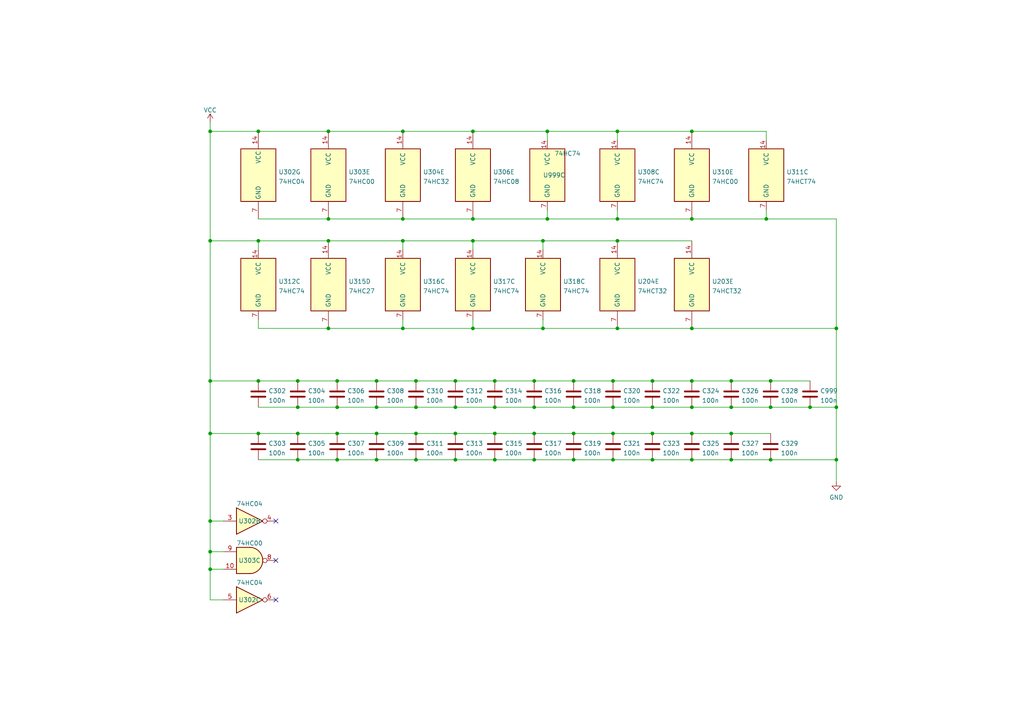
<source format=kicad_sch>
(kicad_sch (version 20211123) (generator eeschema)
  (paper "A4")
  (lib_symbols
    (symbol "74xx:74HC00" (pin_names (offset 1.016))
      (property "Reference" "U" (at 0 1.27 0))
      (property "Value" "74HC00" (at 0 -1.27 0))
      (symbol "74HC00_1_1"
        (arc (start 0 -3.81) (mid 3.81 0) (end 0 3.81) (stroke (width 0.254)) (fill (type background)))
        (polyline (pts (xy 0 3.81) (xy -3.81 3.81) (xy -3.81 -3.81) (xy 0 -3.81)) (stroke (width 0.254)) (fill (type background)))
        (pin input line (at -7.62 2.54 0) (length 3.81) (name "~") (number "1"))
        (pin input line (at -7.62 -2.54 0) (length 3.81) (name "~") (number "2"))
        (pin output inverted (at 7.62 0 180) (length 3.81) (name "~") (number "3"))
      )
      (symbol "74HC00_1_2"
        (arc (start -3.81 -3.81) (mid -2.589 0) (end -3.81 3.81) (stroke (width 0.254)))
        (arc (start -0.6096 -3.81) (mid 2.1855 -2.584) (end 3.81 0) (stroke (width 0.254)) (fill (type background)))
        (polyline (pts (xy -3.81 -3.81) (xy -0.635 -3.81)) (stroke (width 0.254)) (fill (type background)))
        (polyline (pts (xy -3.81 3.81) (xy -0.635 3.81)) (stroke (width 0.254)) (fill (type background)))
        (polyline (pts (xy -0.635 3.81) (xy -3.81 3.81) (xy -3.81 3.81) (xy -3.556 3.4036) (xy -3.0226 2.2606) (xy -2.6924 1.0414) (xy -2.6162 -0.254) (xy -2.7686 -1.4986) (xy -3.175 -2.7178) (xy -3.81 -3.81) (xy -3.81 -3.81) (xy -0.635 -3.81)) (stroke (width -25.4)) (fill (type background)))
        (arc (start 3.81 0) (mid 2.1928 2.5925) (end -0.6096 3.81) (stroke (width 0.254)) (fill (type background)))
        (pin input inverted (at -7.62 2.54 0) (length 4.318) (name "~") (number "1"))
        (pin input inverted (at -7.62 -2.54 0) (length 4.318) (name "~") (number "2"))
        (pin output line (at 7.62 0 180) (length 3.81) (name "~") (number "3"))
      )
      (symbol "74HC00_2_1"
        (arc (start 0 -3.81) (mid 3.81 0) (end 0 3.81) (stroke (width 0.254)) (fill (type background)))
        (polyline (pts (xy 0 3.81) (xy -3.81 3.81) (xy -3.81 -3.81) (xy 0 -3.81)) (stroke (width 0.254)) (fill (type background)))
        (pin input line (at -7.62 2.54 0) (length 3.81) (name "~") (number "4"))
        (pin input line (at -7.62 -2.54 0) (length 3.81) (name "~") (number "5"))
        (pin output inverted (at 7.62 0 180) (length 3.81) (name "~") (number "6"))
      )
      (symbol "74HC00_2_2"
        (arc (start -3.81 -3.81) (mid -2.589 0) (end -3.81 3.81) (stroke (width 0.254)))
        (arc (start -0.6096 -3.81) (mid 2.1855 -2.584) (end 3.81 0) (stroke (width 0.254)) (fill (type background)))
        (polyline (pts (xy -3.81 -3.81) (xy -0.635 -3.81)) (stroke (width 0.254)) (fill (type background)))
        (polyline (pts (xy -3.81 3.81) (xy -0.635 3.81)) (stroke (width 0.254)) (fill (type background)))
        (polyline (pts (xy -0.635 3.81) (xy -3.81 3.81) (xy -3.81 3.81) (xy -3.556 3.4036) (xy -3.0226 2.2606) (xy -2.6924 1.0414) (xy -2.6162 -0.254) (xy -2.7686 -1.4986) (xy -3.175 -2.7178) (xy -3.81 -3.81) (xy -3.81 -3.81) (xy -0.635 -3.81)) (stroke (width -25.4)) (fill (type background)))
        (arc (start 3.81 0) (mid 2.1928 2.5925) (end -0.6096 3.81) (stroke (width 0.254)) (fill (type background)))
        (pin input inverted (at -7.62 2.54 0) (length 4.318) (name "~") (number "4"))
        (pin input inverted (at -7.62 -2.54 0) (length 4.318) (name "~") (number "5"))
        (pin output line (at 7.62 0 180) (length 3.81) (name "~") (number "6"))
      )
      (symbol "74HC00_3_1"
        (arc (start 0 -3.81) (mid 3.81 0) (end 0 3.81) (stroke (width 0.254)) (fill (type background)))
        (polyline (pts (xy 0 3.81) (xy -3.81 3.81) (xy -3.81 -3.81) (xy 0 -3.81)) (stroke (width 0.254)) (fill (type background)))
        (pin input line (at -7.62 -2.54 0) (length 3.81) (name "~") (number "10"))
        (pin output inverted (at 7.62 0 180) (length 3.81) (name "~") (number "8"))
        (pin input line (at -7.62 2.54 0) (length 3.81) (name "~") (number "9"))
      )
      (symbol "74HC00_3_2"
        (arc (start -3.81 -3.81) (mid -2.589 0) (end -3.81 3.81) (stroke (width 0.254)))
        (arc (start -0.6096 -3.81) (mid 2.1855 -2.584) (end 3.81 0) (stroke (width 0.254)) (fill (type background)))
        (polyline (pts (xy -3.81 -3.81) (xy -0.635 -3.81)) (stroke (width 0.254)) (fill (type background)))
        (polyline (pts (xy -3.81 3.81) (xy -0.635 3.81)) (stroke (width 0.254)) (fill (type background)))
        (polyline (pts (xy -0.635 3.81) (xy -3.81 3.81) (xy -3.81 3.81) (xy -3.556 3.4036) (xy -3.0226 2.2606) (xy -2.6924 1.0414) (xy -2.6162 -0.254) (xy -2.7686 -1.4986) (xy -3.175 -2.7178) (xy -3.81 -3.81) (xy -3.81 -3.81) (xy -0.635 -3.81)) (stroke (width -25.4)) (fill (type background)))
        (arc (start 3.81 0) (mid 2.1928 2.5925) (end -0.6096 3.81) (stroke (width 0.254)) (fill (type background)))
        (pin input inverted (at -7.62 -2.54 0) (length 4.318) (name "~") (number "10"))
        (pin output line (at 7.62 0 180) (length 3.81) (name "~") (number "8"))
        (pin input inverted (at -7.62 2.54 0) (length 4.318) (name "~") (number "9"))
      )
      (symbol "74HC00_4_1"
        (arc (start 0 -3.81) (mid 3.81 0) (end 0 3.81) (stroke (width 0.254)) (fill (type background)))
        (polyline (pts (xy 0 3.81) (xy -3.81 3.81) (xy -3.81 -3.81) (xy 0 -3.81)) (stroke (width 0.254)) (fill (type background)))
        (pin output inverted (at 7.62 0 180) (length 3.81) (name "~") (number "11"))
        (pin input line (at -7.62 2.54 0) (length 3.81) (name "~") (number "12"))
        (pin input line (at -7.62 -2.54 0) (length 3.81) (name "~") (number "13"))
      )
      (symbol "74HC00_4_2"
        (arc (start -3.81 -3.81) (mid -2.589 0) (end -3.81 3.81) (stroke (width 0.254)))
        (arc (start -0.6096 -3.81) (mid 2.1855 -2.584) (end 3.81 0) (stroke (width 0.254)) (fill (type background)))
        (polyline (pts (xy -3.81 -3.81) (xy -0.635 -3.81)) (stroke (width 0.254)) (fill (type background)))
        (polyline (pts (xy -3.81 3.81) (xy -0.635 3.81)) (stroke (width 0.254)) (fill (type background)))
        (polyline (pts (xy -0.635 3.81) (xy -3.81 3.81) (xy -3.81 3.81) (xy -3.556 3.4036) (xy -3.0226 2.2606) (xy -2.6924 1.0414) (xy -2.6162 -0.254) (xy -2.7686 -1.4986) (xy -3.175 -2.7178) (xy -3.81 -3.81) (xy -3.81 -3.81) (xy -0.635 -3.81)) (stroke (width -25.4)) (fill (type background)))
        (arc (start 3.81 0) (mid 2.1928 2.5925) (end -0.6096 3.81) (stroke (width 0.254)) (fill (type background)))
        (pin output line (at 7.62 0 180) (length 3.81) (name "~") (number "11"))
        (pin input inverted (at -7.62 2.54 0) (length 4.318) (name "~") (number "12"))
        (pin input inverted (at -7.62 -2.54 0) (length 4.318) (name "~") (number "13"))
      )
      (symbol "74HC00_5_0"
        (pin power_in line (at 0 12.7 270) (length 5.08) (name "VCC") (number "14"))
        (pin power_in line (at 0 -12.7 90) (length 5.08) (name "GND") (number "7"))
      )
      (symbol "74HC00_5_1"
        (rectangle (start -5.08 7.62) (end 5.08 -7.62) (stroke (width 0.254)) (fill (type background)))
      )
    )
    (symbol "74xx:74HC04"
      (property "Reference" "U" (at 0 1.27 0))
      (property "Value" "74HC04" (at 0 -1.27 0))
      (symbol "74HC04_1_0"
        (polyline (pts (xy -3.81 3.81) (xy -3.81 -3.81) (xy 3.81 0) (xy -3.81 3.81)) (stroke (width 0.254)) (fill (type background)))
        (pin input line (at -7.62 0 0) (length 3.81) (name "~") (number "1"))
        (pin output inverted (at 7.62 0 180) (length 3.81) (name "~") (number "2"))
      )
      (symbol "74HC04_2_0"
        (polyline (pts (xy -3.81 3.81) (xy -3.81 -3.81) (xy 3.81 0) (xy -3.81 3.81)) (stroke (width 0.254)) (fill (type background)))
        (pin input line (at -7.62 0 0) (length 3.81) (name "~") (number "3"))
        (pin output inverted (at 7.62 0 180) (length 3.81) (name "~") (number "4"))
      )
      (symbol "74HC04_3_0"
        (polyline (pts (xy -3.81 3.81) (xy -3.81 -3.81) (xy 3.81 0) (xy -3.81 3.81)) (stroke (width 0.254)) (fill (type background)))
        (pin input line (at -7.62 0 0) (length 3.81) (name "~") (number "5"))
        (pin output inverted (at 7.62 0 180) (length 3.81) (name "~") (number "6"))
      )
      (symbol "74HC04_4_0"
        (polyline (pts (xy -3.81 3.81) (xy -3.81 -3.81) (xy 3.81 0) (xy -3.81 3.81)) (stroke (width 0.254)) (fill (type background)))
        (pin output inverted (at 7.62 0 180) (length 3.81) (name "~") (number "8"))
        (pin input line (at -7.62 0 0) (length 3.81) (name "~") (number "9"))
      )
      (symbol "74HC04_5_0"
        (polyline (pts (xy -3.81 3.81) (xy -3.81 -3.81) (xy 3.81 0) (xy -3.81 3.81)) (stroke (width 0.254)) (fill (type background)))
        (pin output inverted (at 7.62 0 180) (length 3.81) (name "~") (number "10"))
        (pin input line (at -7.62 0 0) (length 3.81) (name "~") (number "11"))
      )
      (symbol "74HC04_6_0"
        (polyline (pts (xy -3.81 3.81) (xy -3.81 -3.81) (xy 3.81 0) (xy -3.81 3.81)) (stroke (width 0.254)) (fill (type background)))
        (pin output inverted (at 7.62 0 180) (length 3.81) (name "~") (number "12"))
        (pin input line (at -7.62 0 0) (length 3.81) (name "~") (number "13"))
      )
      (symbol "74HC04_7_0"
        (pin power_in line (at 0 12.7 270) (length 5.08) (name "VCC") (number "14"))
        (pin power_in line (at 0 -12.7 90) (length 5.08) (name "GND") (number "7"))
      )
      (symbol "74HC04_7_1"
        (rectangle (start -5.08 7.62) (end 5.08 -7.62) (stroke (width 0.254)) (fill (type background)))
      )
    )
    (symbol "74xx:74HC74" (pin_names (offset 1.016))
      (property "Reference" "U" (at -7.62 8.89 0))
      (property "Value" "74HC74" (at -7.62 -8.89 0))
      (symbol "74HC74_1_0"
        (pin input line (at 0 -7.62 90) (length 2.54) (name "~{R}") (number "1"))
        (pin input line (at -7.62 2.54 0) (length 2.54) (name "D") (number "2"))
        (pin input clock (at -7.62 0 0) (length 2.54) (name "C") (number "3"))
        (pin input line (at 0 7.62 270) (length 2.54) (name "~{S}") (number "4"))
        (pin output line (at 7.62 2.54 180) (length 2.54) (name "Q") (number "5"))
        (pin output line (at 7.62 -2.54 180) (length 2.54) (name "~{Q}") (number "6"))
      )
      (symbol "74HC74_1_1"
        (rectangle (start -5.08 5.08) (end 5.08 -5.08) (stroke (width 0.254)) (fill (type background)))
      )
      (symbol "74HC74_2_0"
        (pin input line (at 0 7.62 270) (length 2.54) (name "~{S}") (number "10"))
        (pin input clock (at -7.62 0 0) (length 2.54) (name "C") (number "11"))
        (pin input line (at -7.62 2.54 0) (length 2.54) (name "D") (number "12"))
        (pin input line (at 0 -7.62 90) (length 2.54) (name "~{R}") (number "13"))
        (pin output line (at 7.62 -2.54 180) (length 2.54) (name "~{Q}") (number "8"))
        (pin output line (at 7.62 2.54 180) (length 2.54) (name "Q") (number "9"))
      )
      (symbol "74HC74_2_1"
        (rectangle (start -5.08 5.08) (end 5.08 -5.08) (stroke (width 0.254)) (fill (type background)))
      )
      (symbol "74HC74_3_0"
        (pin power_in line (at 0 10.16 270) (length 2.54) (name "VCC") (number "14"))
        (pin power_in line (at 0 -10.16 90) (length 2.54) (name "GND") (number "7"))
      )
      (symbol "74HC74_3_1"
        (rectangle (start -5.08 7.62) (end 5.08 -7.62) (stroke (width 0.254)) (fill (type background)))
      )
    )
    (symbol "74xx:74LS27" (pin_names (offset 1.016))
      (property "Reference" "U" (at 0 1.27 0))
      (property "Value" "74LS27" (at 0 -1.27 0))
      (symbol "74LS27_1_1"
        (arc (start -3.81 -3.81) (mid -2.589 0) (end -3.81 3.81) (stroke (width 0.254)))
        (arc (start -0.6096 -3.81) (mid 2.1855 -2.584) (end 3.81 0) (stroke (width 0.254)) (fill (type background)))
        (polyline (pts (xy -3.81 -3.81) (xy -0.635 -3.81)) (stroke (width 0.254)) (fill (type background)))
        (polyline (pts (xy -3.81 3.81) (xy -0.635 3.81)) (stroke (width 0.254)) (fill (type background)))
        (polyline (pts (xy -0.635 3.81) (xy -3.81 3.81) (xy -3.81 3.81) (xy -3.556 3.4036) (xy -3.0226 2.2606) (xy -2.6924 1.0414) (xy -2.6162 -0.254) (xy -2.7686 -1.4986) (xy -3.175 -2.7178) (xy -3.81 -3.81) (xy -3.81 -3.81) (xy -0.635 -3.81)) (stroke (width -25.4)) (fill (type background)))
        (arc (start 3.81 0) (mid 2.1928 2.5925) (end -0.6096 3.81) (stroke (width 0.254)) (fill (type background)))
        (pin input line (at -7.62 2.54 0) (length 4.318) (name "~") (number "1"))
        (pin output inverted (at 7.62 0 180) (length 3.81) (name "~") (number "12"))
        (pin input line (at -7.62 -2.54 0) (length 4.318) (name "~") (number "13"))
        (pin input line (at -7.62 0 0) (length 4.953) (name "~") (number "2"))
      )
      (symbol "74LS27_1_2"
        (arc (start 0 -3.81) (mid 3.81 0) (end 0 3.81) (stroke (width 0.254)) (fill (type background)))
        (polyline (pts (xy 0 3.81) (xy -3.81 3.81) (xy -3.81 -3.81) (xy 0 -3.81)) (stroke (width 0.254)) (fill (type background)))
        (pin input inverted (at -7.62 2.54 0) (length 3.81) (name "~") (number "1"))
        (pin output line (at 7.62 0 180) (length 3.81) (name "~") (number "12"))
        (pin input inverted (at -7.62 -2.54 0) (length 3.81) (name "~") (number "13"))
        (pin input inverted (at -7.62 0 0) (length 3.81) (name "~") (number "2"))
      )
      (symbol "74LS27_2_1"
        (arc (start -3.81 -3.81) (mid -2.589 0) (end -3.81 3.81) (stroke (width 0.254)))
        (arc (start -0.6096 -3.81) (mid 2.1855 -2.584) (end 3.81 0) (stroke (width 0.254)) (fill (type background)))
        (polyline (pts (xy -3.81 -3.81) (xy -0.635 -3.81)) (stroke (width 0.254)) (fill (type background)))
        (polyline (pts (xy -3.81 3.81) (xy -0.635 3.81)) (stroke (width 0.254)) (fill (type background)))
        (polyline (pts (xy -0.635 3.81) (xy -3.81 3.81) (xy -3.81 3.81) (xy -3.556 3.4036) (xy -3.0226 2.2606) (xy -2.6924 1.0414) (xy -2.6162 -0.254) (xy -2.7686 -1.4986) (xy -3.175 -2.7178) (xy -3.81 -3.81) (xy -3.81 -3.81) (xy -0.635 -3.81)) (stroke (width -25.4)) (fill (type background)))
        (arc (start 3.81 0) (mid 2.1928 2.5925) (end -0.6096 3.81) (stroke (width 0.254)) (fill (type background)))
        (pin input line (at -7.62 2.54 0) (length 4.318) (name "~") (number "3"))
        (pin input line (at -7.62 0 0) (length 4.953) (name "~") (number "4"))
        (pin input line (at -7.62 -2.54 0) (length 4.318) (name "~") (number "5"))
        (pin output inverted (at 7.62 0 180) (length 3.81) (name "~") (number "6"))
      )
      (symbol "74LS27_2_2"
        (arc (start 0 -3.81) (mid 3.81 0) (end 0 3.81) (stroke (width 0.254)) (fill (type background)))
        (polyline (pts (xy 0 3.81) (xy -3.81 3.81) (xy -3.81 -3.81) (xy 0 -3.81)) (stroke (width 0.254)) (fill (type background)))
        (pin input inverted (at -7.62 2.54 0) (length 3.81) (name "~") (number "3"))
        (pin input inverted (at -7.62 0 0) (length 3.81) (name "~") (number "4"))
        (pin input inverted (at -7.62 -2.54 0) (length 3.81) (name "~") (number "5"))
        (pin output line (at 7.62 0 180) (length 3.81) (name "~") (number "6"))
      )
      (symbol "74LS27_3_1"
        (arc (start -3.81 -3.81) (mid -2.589 0) (end -3.81 3.81) (stroke (width 0.254)))
        (arc (start -0.6096 -3.81) (mid 2.1855 -2.584) (end 3.81 0) (stroke (width 0.254)) (fill (type background)))
        (polyline (pts (xy -3.81 -3.81) (xy -0.635 -3.81)) (stroke (width 0.254)) (fill (type background)))
        (polyline (pts (xy -3.81 3.81) (xy -0.635 3.81)) (stroke (width 0.254)) (fill (type background)))
        (polyline (pts (xy -0.635 3.81) (xy -3.81 3.81) (xy -3.81 3.81) (xy -3.556 3.4036) (xy -3.0226 2.2606) (xy -2.6924 1.0414) (xy -2.6162 -0.254) (xy -2.7686 -1.4986) (xy -3.175 -2.7178) (xy -3.81 -3.81) (xy -3.81 -3.81) (xy -0.635 -3.81)) (stroke (width -25.4)) (fill (type background)))
        (arc (start 3.81 0) (mid 2.1928 2.5925) (end -0.6096 3.81) (stroke (width 0.254)) (fill (type background)))
        (pin input line (at -7.62 0 0) (length 4.953) (name "~") (number "10"))
        (pin input line (at -7.62 -2.54 0) (length 4.318) (name "~") (number "11"))
        (pin output inverted (at 7.62 0 180) (length 3.81) (name "~") (number "8"))
        (pin input line (at -7.62 2.54 0) (length 4.318) (name "~") (number "9"))
      )
      (symbol "74LS27_3_2"
        (arc (start 0 -3.81) (mid 3.81 0) (end 0 3.81) (stroke (width 0.254)) (fill (type background)))
        (polyline (pts (xy 0 3.81) (xy -3.81 3.81) (xy -3.81 -3.81) (xy 0 -3.81)) (stroke (width 0.254)) (fill (type background)))
        (pin input inverted (at -7.62 0 0) (length 3.81) (name "~") (number "10"))
        (pin input inverted (at -7.62 -2.54 0) (length 3.81) (name "~") (number "11"))
        (pin output line (at 7.62 0 180) (length 3.81) (name "~") (number "8"))
        (pin input inverted (at -7.62 2.54 0) (length 3.81) (name "~") (number "9"))
      )
      (symbol "74LS27_4_0"
        (pin power_in line (at 0 12.7 270) (length 5.08) (name "VCC") (number "14"))
        (pin power_in line (at 0 -12.7 90) (length 5.08) (name "GND") (number "7"))
      )
      (symbol "74LS27_4_1"
        (rectangle (start -5.08 7.62) (end 5.08 -7.62) (stroke (width 0.254)) (fill (type background)))
      )
    )
    (symbol "74xx:74LS32" (pin_names (offset 1.016))
      (property "Reference" "U" (at 0 1.27 0))
      (property "Value" "74LS32" (at 0 -1.27 0))
      (symbol "74LS32_1_1"
        (arc (start -3.81 -3.81) (mid -2.589 0) (end -3.81 3.81) (stroke (width 0.254)))
        (arc (start -0.6096 -3.81) (mid 2.1855 -2.584) (end 3.81 0) (stroke (width 0.254)) (fill (type background)))
        (polyline (pts (xy -3.81 -3.81) (xy -0.635 -3.81)) (stroke (width 0.254)) (fill (type background)))
        (polyline (pts (xy -3.81 3.81) (xy -0.635 3.81)) (stroke (width 0.254)) (fill (type background)))
        (polyline (pts (xy -0.635 3.81) (xy -3.81 3.81) (xy -3.81 3.81) (xy -3.556 3.4036) (xy -3.0226 2.2606) (xy -2.6924 1.0414) (xy -2.6162 -0.254) (xy -2.7686 -1.4986) (xy -3.175 -2.7178) (xy -3.81 -3.81) (xy -3.81 -3.81) (xy -0.635 -3.81)) (stroke (width -25.4)) (fill (type background)))
        (arc (start 3.81 0) (mid 2.1928 2.5925) (end -0.6096 3.81) (stroke (width 0.254)) (fill (type background)))
        (pin input line (at -7.62 2.54 0) (length 4.318) (name "~") (number "1"))
        (pin input line (at -7.62 -2.54 0) (length 4.318) (name "~") (number "2"))
        (pin output line (at 7.62 0 180) (length 3.81) (name "~") (number "3"))
      )
      (symbol "74LS32_1_2"
        (arc (start 0 -3.81) (mid 3.81 0) (end 0 3.81) (stroke (width 0.254)) (fill (type background)))
        (polyline (pts (xy 0 3.81) (xy -3.81 3.81) (xy -3.81 -3.81) (xy 0 -3.81)) (stroke (width 0.254)) (fill (type background)))
        (pin input inverted (at -7.62 2.54 0) (length 3.81) (name "~") (number "1"))
        (pin input inverted (at -7.62 -2.54 0) (length 3.81) (name "~") (number "2"))
        (pin output inverted (at 7.62 0 180) (length 3.81) (name "~") (number "3"))
      )
      (symbol "74LS32_2_1"
        (arc (start -3.81 -3.81) (mid -2.589 0) (end -3.81 3.81) (stroke (width 0.254)))
        (arc (start -0.6096 -3.81) (mid 2.1855 -2.584) (end 3.81 0) (stroke (width 0.254)) (fill (type background)))
        (polyline (pts (xy -3.81 -3.81) (xy -0.635 -3.81)) (stroke (width 0.254)) (fill (type background)))
        (polyline (pts (xy -3.81 3.81) (xy -0.635 3.81)) (stroke (width 0.254)) (fill (type background)))
        (polyline (pts (xy -0.635 3.81) (xy -3.81 3.81) (xy -3.81 3.81) (xy -3.556 3.4036) (xy -3.0226 2.2606) (xy -2.6924 1.0414) (xy -2.6162 -0.254) (xy -2.7686 -1.4986) (xy -3.175 -2.7178) (xy -3.81 -3.81) (xy -3.81 -3.81) (xy -0.635 -3.81)) (stroke (width -25.4)) (fill (type background)))
        (arc (start 3.81 0) (mid 2.1928 2.5925) (end -0.6096 3.81) (stroke (width 0.254)) (fill (type background)))
        (pin input line (at -7.62 2.54 0) (length 4.318) (name "~") (number "4"))
        (pin input line (at -7.62 -2.54 0) (length 4.318) (name "~") (number "5"))
        (pin output line (at 7.62 0 180) (length 3.81) (name "~") (number "6"))
      )
      (symbol "74LS32_2_2"
        (arc (start 0 -3.81) (mid 3.81 0) (end 0 3.81) (stroke (width 0.254)) (fill (type background)))
        (polyline (pts (xy 0 3.81) (xy -3.81 3.81) (xy -3.81 -3.81) (xy 0 -3.81)) (stroke (width 0.254)) (fill (type background)))
        (pin input inverted (at -7.62 2.54 0) (length 3.81) (name "~") (number "4"))
        (pin input inverted (at -7.62 -2.54 0) (length 3.81) (name "~") (number "5"))
        (pin output inverted (at 7.62 0 180) (length 3.81) (name "~") (number "6"))
      )
      (symbol "74LS32_3_1"
        (arc (start -3.81 -3.81) (mid -2.589 0) (end -3.81 3.81) (stroke (width 0.254)))
        (arc (start -0.6096 -3.81) (mid 2.1855 -2.584) (end 3.81 0) (stroke (width 0.254)) (fill (type background)))
        (polyline (pts (xy -3.81 -3.81) (xy -0.635 -3.81)) (stroke (width 0.254)) (fill (type background)))
        (polyline (pts (xy -3.81 3.81) (xy -0.635 3.81)) (stroke (width 0.254)) (fill (type background)))
        (polyline (pts (xy -0.635 3.81) (xy -3.81 3.81) (xy -3.81 3.81) (xy -3.556 3.4036) (xy -3.0226 2.2606) (xy -2.6924 1.0414) (xy -2.6162 -0.254) (xy -2.7686 -1.4986) (xy -3.175 -2.7178) (xy -3.81 -3.81) (xy -3.81 -3.81) (xy -0.635 -3.81)) (stroke (width -25.4)) (fill (type background)))
        (arc (start 3.81 0) (mid 2.1928 2.5925) (end -0.6096 3.81) (stroke (width 0.254)) (fill (type background)))
        (pin input line (at -7.62 -2.54 0) (length 4.318) (name "~") (number "10"))
        (pin output line (at 7.62 0 180) (length 3.81) (name "~") (number "8"))
        (pin input line (at -7.62 2.54 0) (length 4.318) (name "~") (number "9"))
      )
      (symbol "74LS32_3_2"
        (arc (start 0 -3.81) (mid 3.81 0) (end 0 3.81) (stroke (width 0.254)) (fill (type background)))
        (polyline (pts (xy 0 3.81) (xy -3.81 3.81) (xy -3.81 -3.81) (xy 0 -3.81)) (stroke (width 0.254)) (fill (type background)))
        (pin input inverted (at -7.62 -2.54 0) (length 3.81) (name "~") (number "10"))
        (pin output inverted (at 7.62 0 180) (length 3.81) (name "~") (number "8"))
        (pin input inverted (at -7.62 2.54 0) (length 3.81) (name "~") (number "9"))
      )
      (symbol "74LS32_4_1"
        (arc (start -3.81 -3.81) (mid -2.589 0) (end -3.81 3.81) (stroke (width 0.254)))
        (arc (start -0.6096 -3.81) (mid 2.1855 -2.584) (end 3.81 0) (stroke (width 0.254)) (fill (type background)))
        (polyline (pts (xy -3.81 -3.81) (xy -0.635 -3.81)) (stroke (width 0.254)) (fill (type background)))
        (polyline (pts (xy -3.81 3.81) (xy -0.635 3.81)) (stroke (width 0.254)) (fill (type background)))
        (polyline (pts (xy -0.635 3.81) (xy -3.81 3.81) (xy -3.81 3.81) (xy -3.556 3.4036) (xy -3.0226 2.2606) (xy -2.6924 1.0414) (xy -2.6162 -0.254) (xy -2.7686 -1.4986) (xy -3.175 -2.7178) (xy -3.81 -3.81) (xy -3.81 -3.81) (xy -0.635 -3.81)) (stroke (width -25.4)) (fill (type background)))
        (arc (start 3.81 0) (mid 2.1928 2.5925) (end -0.6096 3.81) (stroke (width 0.254)) (fill (type background)))
        (pin output line (at 7.62 0 180) (length 3.81) (name "~") (number "11"))
        (pin input line (at -7.62 2.54 0) (length 4.318) (name "~") (number "12"))
        (pin input line (at -7.62 -2.54 0) (length 4.318) (name "~") (number "13"))
      )
      (symbol "74LS32_4_2"
        (arc (start 0 -3.81) (mid 3.81 0) (end 0 3.81) (stroke (width 0.254)) (fill (type background)))
        (polyline (pts (xy 0 3.81) (xy -3.81 3.81) (xy -3.81 -3.81) (xy 0 -3.81)) (stroke (width 0.254)) (fill (type background)))
        (pin output inverted (at 7.62 0 180) (length 3.81) (name "~") (number "11"))
        (pin input inverted (at -7.62 2.54 0) (length 3.81) (name "~") (number "12"))
        (pin input inverted (at -7.62 -2.54 0) (length 3.81) (name "~") (number "13"))
      )
      (symbol "74LS32_5_0"
        (pin power_in line (at 0 12.7 270) (length 5.08) (name "VCC") (number "14"))
        (pin power_in line (at 0 -12.7 90) (length 5.08) (name "GND") (number "7"))
      )
      (symbol "74LS32_5_1"
        (rectangle (start -5.08 7.62) (end 5.08 -7.62) (stroke (width 0.254)) (fill (type background)))
      )
    )
    (symbol "Custom 74xx:74HC08" (pin_names (offset 1.016))
      (property "Reference" "U" (at 0 1.27 0))
      (property "Value" "74HC08" (at 0 -1.27 0))
      (symbol "74HC08_1_1"
        (arc (start 0 -3.81) (mid 3.81 0) (end 0 3.81) (stroke (width 0.254)) (fill (type background)))
        (polyline (pts (xy 0 3.81) (xy -3.81 3.81) (xy -3.81 -3.81) (xy 0 -3.81)) (stroke (width 0.254)) (fill (type background)))
        (pin input line (at -7.62 2.54 0) (length 3.81) (name "~") (number "1"))
        (pin input line (at -7.62 -2.54 0) (length 3.81) (name "~") (number "2"))
        (pin output line (at 7.62 0 180) (length 3.81) (name "~") (number "3"))
      )
      (symbol "74HC08_1_2"
        (arc (start -3.81 -3.81) (mid -2.589 0) (end -3.81 3.81) (stroke (width 0.254)))
        (arc (start -0.6096 -3.81) (mid 2.1855 -2.584) (end 3.81 0) (stroke (width 0.254)) (fill (type background)))
        (polyline (pts (xy -3.81 -3.81) (xy -0.635 -3.81)) (stroke (width 0.254)) (fill (type background)))
        (polyline (pts (xy -3.81 3.81) (xy -0.635 3.81)) (stroke (width 0.254)) (fill (type background)))
        (polyline (pts (xy -0.635 3.81) (xy -3.81 3.81) (xy -3.81 3.81) (xy -3.556 3.4036) (xy -3.0226 2.2606) (xy -2.6924 1.0414) (xy -2.6162 -0.254) (xy -2.7686 -1.4986) (xy -3.175 -2.7178) (xy -3.81 -3.81) (xy -3.81 -3.81) (xy -0.635 -3.81)) (stroke (width -25.4)) (fill (type background)))
        (arc (start 3.81 0) (mid 2.1928 2.5925) (end -0.6096 3.81) (stroke (width 0.254)) (fill (type background)))
        (pin input inverted (at -7.62 2.54 0) (length 4.318) (name "~") (number "1"))
        (pin input inverted (at -7.62 -2.54 0) (length 4.318) (name "~") (number "2"))
        (pin output line (at 7.62 0 180) (length 3.81) (name "~") (number "3"))
      )
      (symbol "74HC08_2_1"
        (arc (start 0 -3.81) (mid 3.81 0) (end 0 3.81) (stroke (width 0.254)) (fill (type background)))
        (polyline (pts (xy 0 3.81) (xy -3.81 3.81) (xy -3.81 -3.81) (xy 0 -3.81)) (stroke (width 0.254)) (fill (type background)))
        (pin input line (at -7.62 2.54 0) (length 3.81) (name "~") (number "4"))
        (pin input line (at -7.62 -2.54 0) (length 3.81) (name "~") (number "5"))
        (pin output line (at 7.62 0 180) (length 3.81) (name "~") (number "6"))
      )
      (symbol "74HC08_2_2"
        (arc (start -3.81 -3.81) (mid -2.589 0) (end -3.81 3.81) (stroke (width 0.254)))
        (arc (start -0.6096 -3.81) (mid 2.1855 -2.584) (end 3.81 0) (stroke (width 0.254)) (fill (type background)))
        (polyline (pts (xy -3.81 -3.81) (xy -0.635 -3.81)) (stroke (width 0.254)) (fill (type background)))
        (polyline (pts (xy -3.81 3.81) (xy -0.635 3.81)) (stroke (width 0.254)) (fill (type background)))
        (polyline (pts (xy -0.635 3.81) (xy -3.81 3.81) (xy -3.81 3.81) (xy -3.556 3.4036) (xy -3.0226 2.2606) (xy -2.6924 1.0414) (xy -2.6162 -0.254) (xy -2.7686 -1.4986) (xy -3.175 -2.7178) (xy -3.81 -3.81) (xy -3.81 -3.81) (xy -0.635 -3.81)) (stroke (width -25.4)) (fill (type background)))
        (arc (start 3.81 0) (mid 2.1928 2.5925) (end -0.6096 3.81) (stroke (width 0.254)) (fill (type background)))
        (pin input inverted (at -7.62 2.54 0) (length 4.318) (name "~") (number "4"))
        (pin input inverted (at -7.62 -2.54 0) (length 4.318) (name "~") (number "5"))
        (pin output line (at 7.62 0 180) (length 3.81) (name "~") (number "6"))
      )
      (symbol "74HC08_3_1"
        (arc (start 0 -3.81) (mid 3.81 0) (end 0 3.81) (stroke (width 0.254)) (fill (type background)))
        (polyline (pts (xy 0 3.81) (xy -3.81 3.81) (xy -3.81 -3.81) (xy 0 -3.81)) (stroke (width 0.254)) (fill (type background)))
        (pin input line (at -7.62 -2.54 0) (length 3.81) (name "~") (number "10"))
        (pin output line (at 7.62 0 180) (length 3.81) (name "~") (number "8"))
        (pin input line (at -7.62 2.54 0) (length 3.81) (name "~") (number "9"))
      )
      (symbol "74HC08_3_2"
        (arc (start -3.81 -3.81) (mid -2.589 0) (end -3.81 3.81) (stroke (width 0.254)))
        (arc (start -0.6096 -3.81) (mid 2.1855 -2.584) (end 3.81 0) (stroke (width 0.254)) (fill (type background)))
        (polyline (pts (xy -3.81 -3.81) (xy -0.635 -3.81)) (stroke (width 0.254)) (fill (type background)))
        (polyline (pts (xy -3.81 3.81) (xy -0.635 3.81)) (stroke (width 0.254)) (fill (type background)))
        (polyline (pts (xy -0.635 3.81) (xy -3.81 3.81) (xy -3.81 3.81) (xy -3.556 3.4036) (xy -3.0226 2.2606) (xy -2.6924 1.0414) (xy -2.6162 -0.254) (xy -2.7686 -1.4986) (xy -3.175 -2.7178) (xy -3.81 -3.81) (xy -3.81 -3.81) (xy -0.635 -3.81)) (stroke (width -25.4)) (fill (type background)))
        (arc (start 3.81 0) (mid 2.1928 2.5925) (end -0.6096 3.81) (stroke (width 0.254)) (fill (type background)))
        (pin input inverted (at -7.62 -2.54 0) (length 4.318) (name "~") (number "10"))
        (pin output line (at 7.62 0 180) (length 3.81) (name "~") (number "8"))
        (pin input inverted (at -7.62 2.54 0) (length 4.318) (name "~") (number "9"))
      )
      (symbol "74HC08_4_1"
        (arc (start 0 -3.81) (mid 3.81 0) (end 0 3.81) (stroke (width 0.254)) (fill (type background)))
        (polyline (pts (xy 0 3.81) (xy -3.81 3.81) (xy -3.81 -3.81) (xy 0 -3.81)) (stroke (width 0.254)) (fill (type background)))
        (pin output line (at 7.62 0 180) (length 3.81) (name "~") (number "11"))
        (pin input line (at -7.62 2.54 0) (length 3.81) (name "~") (number "12"))
        (pin input line (at -7.62 -2.54 0) (length 3.81) (name "~") (number "13"))
      )
      (symbol "74HC08_4_2"
        (arc (start -3.81 -3.81) (mid -2.589 0) (end -3.81 3.81) (stroke (width 0.254)))
        (arc (start -0.6096 -3.81) (mid 2.1855 -2.584) (end 3.81 0) (stroke (width 0.254)) (fill (type background)))
        (polyline (pts (xy -3.81 -3.81) (xy -0.635 -3.81)) (stroke (width 0.254)) (fill (type background)))
        (polyline (pts (xy -3.81 3.81) (xy -0.635 3.81)) (stroke (width 0.254)) (fill (type background)))
        (polyline (pts (xy -0.635 3.81) (xy -3.81 3.81) (xy -3.81 3.81) (xy -3.556 3.4036) (xy -3.0226 2.2606) (xy -2.6924 1.0414) (xy -2.6162 -0.254) (xy -2.7686 -1.4986) (xy -3.175 -2.7178) (xy -3.81 -3.81) (xy -3.81 -3.81) (xy -0.635 -3.81)) (stroke (width -25.4)) (fill (type background)))
        (arc (start 3.81 0) (mid 2.1928 2.5925) (end -0.6096 3.81) (stroke (width 0.254)) (fill (type background)))
        (pin output line (at 7.62 0 180) (length 3.81) (name "~") (number "11"))
        (pin input inverted (at -7.62 2.54 0) (length 4.318) (name "~") (number "12"))
        (pin input inverted (at -7.62 -2.54 0) (length 4.318) (name "~") (number "13"))
      )
      (symbol "74HC08_5_0"
        (pin power_in line (at 0 12.7 270) (length 5.08) (name "VCC") (number "14"))
        (pin power_in line (at 0 -12.7 90) (length 5.08) (name "GND") (number "7"))
      )
      (symbol "74HC08_5_1"
        (rectangle (start -5.08 7.62) (end 5.08 -7.62) (stroke (width 0.254)) (fill (type background)))
      )
    )
    (symbol "Device:C" (pin_numbers hide) (pin_names (offset 0.254))
      (property "Reference" "C" (at 0.635 2.54 0))
      (property "Value" "C" (at 0.635 -2.54 0))
      (symbol "C_0_1"
        (polyline (pts (xy -2.032 -0.762) (xy 2.032 -0.762)) (stroke (width 0.508)))
        (polyline (pts (xy -2.032 0.762) (xy 2.032 0.762)) (stroke (width 0.508)))
      )
      (symbol "C_1_1"
        (pin passive line (at 0 3.81 270) (length 2.794) (name "~") (number "1"))
        (pin passive line (at 0 -3.81 90) (length 2.794) (name "~") (number "2"))
      )
    )
    (symbol "power:GND" (power) (pin_names (offset 0))
      (property "Value" "GND" (at 0 -3.81 0))
      (symbol "GND_0_1"
        (polyline (pts (xy 0 0) (xy 0 -1.27) (xy 1.27 -1.27) (xy 0 -2.54) (xy -1.27 -1.27) (xy 0 -1.27)))
      )
      (symbol "GND_1_1"
        (pin power_in line (at 0 0 270) (length 0) hide (name "GND") (number "1"))
      )
    )
    (symbol "power:VCC" (power) (pin_names (offset 0))
      (property "Value" "VCC" (at 0 3.81 0))
      (symbol "VCC_0_1"
        (polyline (pts (xy -0.762 1.27) (xy 0 2.54)))
        (polyline (pts (xy 0 0) (xy 0 2.54)))
        (polyline (pts (xy 0 2.54) (xy 0.762 1.27)))
      )
      (symbol "VCC_1_1"
        (pin power_in line (at 0 0 90) (length 0) hide (name "VCC") (number "1"))
      )
    )
  )
  (junction (at 137.16 63.5))
  (junction (at 97.79 118.11))
  (junction (at 223.52 110.49))
  (junction (at 132.08 133.35))
  (junction (at 154.94 133.35))
  (junction (at 95.25 69.85))
  (junction (at 200.66 38.1))
  (junction (at 120.65 118.11))
  (junction (at 86.36 110.49))
  (junction (at 132.08 125.73))
  (junction (at 177.8 118.11))
  (junction (at 166.37 125.73))
  (junction (at 86.36 118.11))
  (junction (at 166.37 133.35))
  (junction (at 177.8 125.73))
  (junction (at 95.25 38.1))
  (junction (at 97.79 133.35))
  (junction (at 143.51 110.49))
  (junction (at 116.84 63.5))
  (junction (at 137.16 69.85))
  (junction (at 109.22 110.49))
  (junction (at 60.96 69.85))
  (junction (at 116.84 95.25))
  (junction (at 143.51 133.35))
  (junction (at 95.25 63.5))
  (junction (at 200.66 125.73))
  (junction (at 132.08 110.49))
  (junction (at 189.23 125.73))
  (junction (at 116.84 69.85))
  (junction (at 223.52 133.35))
  (junction (at 74.93 110.49))
  (junction (at 109.22 133.35))
  (junction (at 179.07 95.25))
  (junction (at 212.09 125.73))
  (junction (at 86.36 133.35))
  (junction (at 60.96 160.02))
  (junction (at 154.94 110.49))
  (junction (at 200.66 118.11))
  (junction (at 158.75 38.1))
  (junction (at 158.75 63.5))
  (junction (at 242.57 118.11))
  (junction (at 95.25 95.25))
  (junction (at 109.22 118.11))
  (junction (at 166.37 110.49))
  (junction (at 179.07 69.85))
  (junction (at 157.48 95.25))
  (junction (at 74.93 38.1))
  (junction (at 212.09 118.11))
  (junction (at 109.22 125.73))
  (junction (at 137.16 38.1))
  (junction (at 177.8 110.49))
  (junction (at 234.95 118.11))
  (junction (at 222.25 63.5))
  (junction (at 74.93 69.85))
  (junction (at 60.96 125.73))
  (junction (at 74.93 125.73))
  (junction (at 97.79 125.73))
  (junction (at 143.51 125.73))
  (junction (at 116.84 38.1))
  (junction (at 179.07 38.1))
  (junction (at 200.66 133.35))
  (junction (at 60.96 151.13))
  (junction (at 60.96 110.49))
  (junction (at 179.07 63.5))
  (junction (at 212.09 133.35))
  (junction (at 212.09 110.49))
  (junction (at 157.48 69.85))
  (junction (at 154.94 125.73))
  (junction (at 60.96 165.1))
  (junction (at 143.51 118.11))
  (junction (at 97.79 110.49))
  (junction (at 200.66 95.25))
  (junction (at 137.16 95.25))
  (junction (at 120.65 110.49))
  (junction (at 189.23 118.11))
  (junction (at 200.66 110.49))
  (junction (at 223.52 118.11))
  (junction (at 154.94 118.11))
  (junction (at 132.08 118.11))
  (junction (at 189.23 110.49))
  (junction (at 60.96 38.1))
  (junction (at 177.8 133.35))
  (junction (at 120.65 125.73))
  (junction (at 200.66 63.5))
  (junction (at 242.57 95.25))
  (junction (at 120.65 133.35))
  (junction (at 86.36 125.73))
  (junction (at 189.23 133.35))
  (junction (at 242.57 133.35))
  (junction (at 166.37 118.11))
  (no_connect (at 80.01 173.99))
  (no_connect (at 80.01 162.56))
  (no_connect (at 80.01 151.13))
  (wire (pts (xy 137.16 95.25) (xy 157.48 95.25)))
  (wire (pts (xy 60.96 69.85) (xy 74.93 69.85)))
  (wire (pts (xy 154.94 125.73) (xy 166.37 125.73)))
  (wire (pts (xy 132.08 110.49) (xy 143.51 110.49)))
  (wire (pts (xy 143.51 110.49) (xy 154.94 110.49)))
  (wire (pts (xy 74.93 38.1) (xy 95.25 38.1)))
  (wire (pts (xy 157.48 69.85) (xy 179.07 69.85)))
  (wire (pts (xy 200.66 110.49) (xy 212.09 110.49)))
  (wire (pts (xy 74.93 92.71) (xy 74.93 95.25)))
  (wire (pts (xy 74.93 133.35) (xy 86.36 133.35)))
  (wire (pts (xy 60.96 125.73) (xy 60.96 151.13)))
  (wire (pts (xy 157.48 92.71) (xy 157.48 95.25)))
  (wire (pts (xy 120.65 110.49) (xy 132.08 110.49)))
  (wire (pts (xy 74.93 110.49) (xy 86.36 110.49)))
  (wire (pts (xy 189.23 125.73) (xy 200.66 125.73)))
  (wire (pts (xy 132.08 118.11) (xy 143.51 118.11)))
  (wire (pts (xy 200.66 63.5) (xy 179.07 63.5)))
  (wire (pts (xy 137.16 69.85) (xy 157.48 69.85)))
  (wire (pts (xy 60.96 173.99) (xy 64.77 173.99)))
  (wire (pts (xy 166.37 110.49) (xy 177.8 110.49)))
  (wire (pts (xy 177.8 133.35) (xy 189.23 133.35)))
  (wire (pts (xy 234.95 118.11) (xy 242.57 118.11)))
  (wire (pts (xy 116.84 92.71) (xy 116.84 95.25)))
  (wire (pts (xy 242.57 95.25) (xy 242.57 63.5)))
  (wire (pts (xy 154.94 133.35) (xy 166.37 133.35)))
  (wire (pts (xy 137.16 63.5) (xy 116.84 63.5)))
  (wire (pts (xy 157.48 69.85) (xy 157.48 72.39)))
  (wire (pts (xy 60.96 151.13) (xy 60.96 160.02)))
  (wire (pts (xy 60.96 160.02) (xy 64.77 160.02)))
  (wire (pts (xy 242.57 133.35) (xy 242.57 118.11)))
  (wire (pts (xy 60.96 165.1) (xy 64.77 165.1)))
  (wire (pts (xy 74.93 125.73) (xy 86.36 125.73)))
  (wire (pts (xy 158.75 60.96) (xy 158.75 63.5)))
  (wire (pts (xy 242.57 118.11) (xy 242.57 95.25)))
  (wire (pts (xy 137.16 92.71) (xy 137.16 95.25)))
  (wire (pts (xy 60.96 110.49) (xy 60.96 125.73)))
  (wire (pts (xy 60.96 38.1) (xy 60.96 69.85)))
  (wire (pts (xy 179.07 60.96) (xy 179.07 63.5)))
  (wire (pts (xy 74.93 69.85) (xy 74.93 72.39)))
  (wire (pts (xy 60.96 125.73) (xy 74.93 125.73)))
  (wire (pts (xy 200.66 38.1) (xy 222.25 38.1)))
  (wire (pts (xy 120.65 133.35) (xy 132.08 133.35)))
  (wire (pts (xy 137.16 69.85) (xy 137.16 72.39)))
  (wire (pts (xy 60.96 35.56) (xy 60.96 38.1)))
  (wire (pts (xy 109.22 110.49) (xy 120.65 110.49)))
  (wire (pts (xy 143.51 125.73) (xy 154.94 125.73)))
  (wire (pts (xy 158.75 38.1) (xy 179.07 38.1)))
  (wire (pts (xy 137.16 38.1) (xy 158.75 38.1)))
  (wire (pts (xy 242.57 63.5) (xy 222.25 63.5)))
  (wire (pts (xy 222.25 63.5) (xy 200.66 63.5)))
  (wire (pts (xy 60.96 69.85) (xy 60.96 110.49)))
  (wire (pts (xy 120.65 125.73) (xy 132.08 125.73)))
  (wire (pts (xy 109.22 118.11) (xy 120.65 118.11)))
  (wire (pts (xy 222.25 38.1) (xy 222.25 40.64)))
  (wire (pts (xy 97.79 110.49) (xy 109.22 110.49)))
  (wire (pts (xy 212.09 125.73) (xy 223.52 125.73)))
  (wire (pts (xy 212.09 133.35) (xy 223.52 133.35)))
  (wire (pts (xy 222.25 60.96) (xy 222.25 63.5)))
  (wire (pts (xy 60.96 151.13) (xy 64.77 151.13)))
  (wire (pts (xy 95.25 69.85) (xy 116.84 69.85)))
  (wire (pts (xy 120.65 118.11) (xy 132.08 118.11)))
  (wire (pts (xy 200.66 118.11) (xy 212.09 118.11)))
  (wire (pts (xy 223.52 133.35) (xy 242.57 133.35)))
  (wire (pts (xy 95.25 95.25) (xy 116.84 95.25)))
  (wire (pts (xy 86.36 125.73) (xy 97.79 125.73)))
  (wire (pts (xy 179.07 95.25) (xy 200.66 95.25)))
  (wire (pts (xy 200.66 133.35) (xy 212.09 133.35)))
  (wire (pts (xy 200.66 95.25) (xy 242.57 95.25)))
  (wire (pts (xy 74.93 95.25) (xy 95.25 95.25)))
  (wire (pts (xy 132.08 133.35) (xy 143.51 133.35)))
  (wire (pts (xy 189.23 118.11) (xy 200.66 118.11)))
  (wire (pts (xy 86.36 133.35) (xy 97.79 133.35)))
  (wire (pts (xy 60.96 160.02) (xy 60.96 165.1)))
  (wire (pts (xy 132.08 125.73) (xy 143.51 125.73)))
  (wire (pts (xy 109.22 133.35) (xy 120.65 133.35)))
  (wire (pts (xy 166.37 125.73) (xy 177.8 125.73)))
  (wire (pts (xy 116.84 69.85) (xy 137.16 69.85)))
  (wire (pts (xy 143.51 118.11) (xy 154.94 118.11)))
  (wire (pts (xy 60.96 110.49) (xy 74.93 110.49)))
  (wire (pts (xy 157.48 95.25) (xy 179.07 95.25)))
  (wire (pts (xy 179.07 38.1) (xy 200.66 38.1)))
  (wire (pts (xy 179.07 69.85) (xy 200.66 69.85)))
  (wire (pts (xy 74.93 69.85) (xy 95.25 69.85)))
  (wire (pts (xy 177.8 118.11) (xy 189.23 118.11)))
  (wire (pts (xy 166.37 133.35) (xy 177.8 133.35)))
  (wire (pts (xy 166.37 118.11) (xy 177.8 118.11)))
  (wire (pts (xy 116.84 95.25) (xy 137.16 95.25)))
  (wire (pts (xy 109.22 125.73) (xy 120.65 125.73)))
  (wire (pts (xy 86.36 118.11) (xy 97.79 118.11)))
  (wire (pts (xy 189.23 110.49) (xy 200.66 110.49)))
  (wire (pts (xy 137.16 63.5) (xy 158.75 63.5)))
  (wire (pts (xy 116.84 69.85) (xy 116.84 72.39)))
  (wire (pts (xy 212.09 118.11) (xy 223.52 118.11)))
  (wire (pts (xy 143.51 133.35) (xy 154.94 133.35)))
  (wire (pts (xy 154.94 118.11) (xy 166.37 118.11)))
  (wire (pts (xy 95.25 38.1) (xy 116.84 38.1)))
  (wire (pts (xy 97.79 125.73) (xy 109.22 125.73)))
  (wire (pts (xy 223.52 118.11) (xy 234.95 118.11)))
  (wire (pts (xy 97.79 133.35) (xy 109.22 133.35)))
  (wire (pts (xy 116.84 38.1) (xy 137.16 38.1)))
  (wire (pts (xy 158.75 38.1) (xy 158.75 40.64)))
  (wire (pts (xy 179.07 38.1) (xy 179.07 40.64)))
  (wire (pts (xy 60.96 165.1) (xy 60.96 173.99)))
  (wire (pts (xy 189.23 133.35) (xy 200.66 133.35)))
  (wire (pts (xy 95.25 63.5) (xy 74.93 63.5)))
  (wire (pts (xy 212.09 110.49) (xy 223.52 110.49)))
  (wire (pts (xy 154.94 110.49) (xy 166.37 110.49)))
  (wire (pts (xy 74.93 118.11) (xy 86.36 118.11)))
  (wire (pts (xy 86.36 110.49) (xy 97.79 110.49)))
  (wire (pts (xy 177.8 110.49) (xy 189.23 110.49)))
  (wire (pts (xy 177.8 125.73) (xy 189.23 125.73)))
  (wire (pts (xy 158.75 63.5) (xy 179.07 63.5)))
  (wire (pts (xy 242.57 139.7) (xy 242.57 133.35)))
  (wire (pts (xy 97.79 118.11) (xy 109.22 118.11)))
  (wire (pts (xy 223.52 110.49) (xy 234.95 110.49)))
  (wire (pts (xy 116.84 63.5) (xy 95.25 63.5)))
  (wire (pts (xy 200.66 125.73) (xy 212.09 125.73)))
  (wire (pts (xy 60.96 38.1) (xy 74.93 38.1)))
  (symbol (lib_id "Device:C") (at 154.94 129.54 0) (unit 1)
    (property "Reference" "C317" (at 157.861 128.6315 0) (effects (justify left)))
    (property "Value" "100n" (at 157.861 131.4066 0) (effects (justify left)))
    (property "Footprint" "Capacitor_SMD:C_0603_1608Metric" (effects hide))
  )
  (symbol (lib_id "Device:C") (at 234.95 114.3 0) (unit 1)
    (property "Reference" "C999" (at 237.871 113.3915 0) (effects (justify left)))
    (property "Value" "100n" (at 237.871 116.1666 0) (effects (justify left)))
    (property "Footprint" "Capacitor_SMD:C_0603_1608Metric" (effects hide))
  )
  (symbol (lib_id "Device:C") (at 97.79 129.54 0) (unit 1)
    (property "Reference" "C307" (at 100.711 128.6315 0) (effects (justify left)))
    (property "Value" "100n" (at 100.711 131.4066 0) (effects (justify left)))
    (property "Footprint" "Capacitor_SMD:C_0603_1608Metric" (effects hide))
  )
  (symbol (lib_id "74xx:74HC04") (at 74.93 50.8 0) (unit 7)
    (property "Reference" "U302" (at 80.772 49.8915 0) (effects (justify left)))
    (property "Value" "74HC04" (at 80.772 52.6666 0) (effects (justify left)))
    (property "Footprint" "Package_SO:SOIC-14_3.9x8.7mm_P1.27mm" (effects hide))
    (property "Datasheet" "https://assets.nexperia.com/documents/data-sheet/74HC_HCT04.pdf" (effects hide))
  )
  (symbol (lib_id "Device:C") (at 74.93 114.3 0) (unit 1)
    (property "Reference" "C302" (at 77.851 113.3915 0) (effects (justify left)))
    (property "Value" "100n" (at 77.851 116.1666 0) (effects (justify left)))
    (property "Footprint" "Capacitor_SMD:C_0603_1608Metric" (effects hide))
  )
  (symbol (lib_id "74xx:74HC00") (at 200.66 50.8 0) (unit 5)
    (property "Reference" "U310" (at 206.502 49.8915 0) (effects (justify left)))
    (property "Value" "74HC00" (at 206.502 52.6666 0) (effects (justify left)))
    (property "Footprint" "Package_SO:SO-14_3.9x8.65mm_P1.27mm" (effects hide))
    (property "Datasheet" "http://www.ti.com/lit/gpn/sn74hc00" (effects hide))
  )
  (symbol (lib_id "Device:C") (at 166.37 129.54 0) (unit 1)
    (property "Reference" "C319" (at 169.291 128.6315 0) (effects (justify left)))
    (property "Value" "100n" (at 169.291 131.4066 0) (effects (justify left)))
    (property "Footprint" "Capacitor_SMD:C_0603_1608Metric" (effects hide))
  )
  (symbol (lib_id "Device:C") (at 97.79 114.3 0) (unit 1)
    (property "Reference" "C306" (at 100.711 113.3915 0) (effects (justify left)))
    (property "Value" "100n" (at 100.711 116.1666 0) (effects (justify left)))
    (property "Footprint" "Capacitor_SMD:C_0603_1608Metric" (effects hide))
  )
  (symbol (lib_id "74xx:74HC74") (at 158.75 50.8 0) (unit 3)
    (property "Reference" "U999" (at 157.48 50.8 0) (effects (justify left)))
    (property "Value" "74HC74" (at 160.7694 44.5286 0) (effects (justify left)))
    (property "Footprint" "Package_SO:SO-14_3.9x8.65mm_P1.27mm" (effects hide))
    (property "Datasheet" "74xx/74hc_hct74.pdf" (effects hide))
  )
  (symbol (lib_id "Device:C") (at 200.66 114.3 0) (unit 1)
    (property "Reference" "C324" (at 203.581 113.3915 0) (effects (justify left)))
    (property "Value" "100n" (at 203.581 116.1666 0) (effects (justify left)))
    (property "Footprint" "Capacitor_SMD:C_0603_1608Metric" (effects hide))
  )
  (symbol (lib_id "Device:C") (at 143.51 114.3 0) (unit 1)
    (property "Reference" "C314" (at 146.431 113.3915 0) (effects (justify left)))
    (property "Value" "100n" (at 146.431 116.1666 0) (effects (justify left)))
    (property "Footprint" "Capacitor_SMD:C_0603_1608Metric" (effects hide))
  )
  (symbol (lib_id "Device:C") (at 223.52 129.54 0) (unit 1)
    (property "Reference" "C329" (at 226.441 128.6315 0) (effects (justify left)))
    (property "Value" "100n" (at 226.441 131.4066 0) (effects (justify left)))
    (property "Footprint" "Capacitor_SMD:C_0603_1608Metric" (effects hide))
  )
  (symbol (lib_id "74xx:74HC74") (at 222.25 50.8 0) (unit 3)
    (property "Reference" "U311" (at 228.092 49.8915 0) (effects (justify left)))
    (property "Value" "74HCT74" (at 228.092 52.6666 0) (effects (justify left)))
    (property "Footprint" "Package_SO:SO-14_3.9x8.65mm_P1.27mm" (effects hide))
    (property "Datasheet" "74xx/74hc_hct74.pdf" (effects hide))
  )
  (symbol (lib_id "74xx:74HC74") (at 137.16 82.55 0) (unit 3)
    (property "Reference" "U317" (at 143.002 81.6415 0) (effects (justify left)))
    (property "Value" "74HC74" (at 143.002 84.4166 0) (effects (justify left)))
    (property "Footprint" "Package_SO:SO-14_3.9x8.65mm_P1.27mm" (effects hide))
    (property "Datasheet" "74xx/74hc_hct74.pdf" (effects hide))
  )
  (symbol (lib_id "Device:C") (at 120.65 129.54 0) (unit 1)
    (property "Reference" "C311" (at 123.571 128.6315 0) (effects (justify left)))
    (property "Value" "100n" (at 123.571 131.4066 0) (effects (justify left)))
    (property "Footprint" "Capacitor_SMD:C_0603_1608Metric" (effects hide))
  )
  (symbol (lib_id "Device:C") (at 109.22 129.54 0) (unit 1)
    (property "Reference" "C309" (at 112.141 128.6315 0) (effects (justify left)))
    (property "Value" "100n" (at 112.141 131.4066 0) (effects (justify left)))
    (property "Footprint" "Capacitor_SMD:C_0603_1608Metric" (effects hide))
  )
  (symbol (lib_id "Device:C") (at 177.8 129.54 0) (unit 1)
    (property "Reference" "C321" (at 180.721 128.6315 0) (effects (justify left)))
    (property "Value" "100n" (at 180.721 131.4066 0) (effects (justify left)))
    (property "Footprint" "Capacitor_SMD:C_0603_1608Metric" (effects hide))
  )
  (symbol (lib_id "Device:C") (at 86.36 114.3 0) (unit 1)
    (property "Reference" "C304" (at 89.281 113.3915 0) (effects (justify left)))
    (property "Value" "100n" (at 89.281 116.1666 0) (effects (justify left)))
    (property "Footprint" "Capacitor_SMD:C_0603_1608Metric" (effects hide))
  )
  (symbol (lib_id "power:VCC") (at 60.96 35.56 0) (unit 1)
    (property "Reference" "#PWR0368" (effects hide))
    (property "Value" "VCC" (at 60.96 31.9555 0))
  )
  (symbol (lib_id "74xx:74HC00") (at 72.39 162.56 0) (unit 3)
    (property "Reference" "U303" (at 72.39 162.56 0))
    (property "Value" "74HC00" (at 72.39 157.5586 0))
    (property "Footprint" "Package_SO:SOIC-14_3.9x8.7mm_P1.27mm" (effects hide))
    (property "Datasheet" "http://www.ti.com/lit/gpn/sn74hc00" (effects hide))
  )
  (symbol (lib_id "Device:C") (at 132.08 129.54 0) (unit 1)
    (property "Reference" "C313" (at 135.001 128.6315 0) (effects (justify left)))
    (property "Value" "100n" (at 135.001 131.4066 0) (effects (justify left)))
    (property "Footprint" "Capacitor_SMD:C_0603_1608Metric" (effects hide))
  )
  (symbol (lib_id "Device:C") (at 212.09 114.3 0) (unit 1)
    (property "Reference" "C326" (at 215.011 113.3915 0) (effects (justify left)))
    (property "Value" "100n" (at 215.011 116.1666 0) (effects (justify left)))
    (property "Footprint" "Capacitor_SMD:C_0603_1608Metric" (effects hide))
  )
  (symbol (lib_id "Device:C") (at 189.23 114.3 0) (unit 1)
    (property "Reference" "C322" (at 192.151 113.3915 0) (effects (justify left)))
    (property "Value" "100n" (at 192.151 116.1666 0) (effects (justify left)))
    (property "Footprint" "Capacitor_SMD:C_0603_1608Metric" (effects hide))
  )
  (symbol (lib_id "74xx:74HC74") (at 157.48 82.55 0) (unit 3)
    (property "Reference" "U318" (at 163.322 81.6415 0) (effects (justify left)))
    (property "Value" "74HC74" (at 163.322 84.4166 0) (effects (justify left)))
    (property "Footprint" "Package_SO:SO-14_3.9x8.65mm_P1.27mm" (effects hide))
    (property "Datasheet" "74xx/74hc_hct74.pdf" (effects hide))
  )
  (symbol (lib_id "74xx:74HC04") (at 72.39 173.99 0) (unit 3)
    (property "Reference" "U302" (at 72.39 173.99 0))
    (property "Value" "74HC04" (at 72.39 168.9886 0))
    (property "Footprint" "Package_SO:SOIC-14_3.9x8.7mm_P1.27mm" (effects hide))
    (property "Datasheet" "https://assets.nexperia.com/documents/data-sheet/74HC_HCT04.pdf" (effects hide))
  )
  (symbol (lib_id "Device:C") (at 109.22 114.3 0) (unit 1)
    (property "Reference" "C308" (at 112.141 113.3915 0) (effects (justify left)))
    (property "Value" "100n" (at 112.141 116.1666 0) (effects (justify left)))
    (property "Footprint" "Capacitor_SMD:C_0603_1608Metric" (effects hide))
  )
  (symbol (lib_id "74xx:74LS32") (at 200.66 82.55 0) (unit 5)
    (property "Reference" "U203" (at 206.502 81.6415 0) (effects (justify left)))
    (property "Value" "74HCT32" (at 206.502 84.4166 0) (effects (justify left)))
    (property "Footprint" "Package_SO:SO-14_3.9x8.65mm_P1.27mm" (effects hide))
    (property "Datasheet" "http://www.ti.com/lit/gpn/sn74LS32" (effects hide))
  )
  (symbol (lib_id "Device:C") (at 143.51 129.54 0) (unit 1)
    (property "Reference" "C315" (at 146.431 128.6315 0) (effects (justify left)))
    (property "Value" "100n" (at 146.431 131.4066 0) (effects (justify left)))
    (property "Footprint" "Capacitor_SMD:C_0603_1608Metric" (effects hide))
  )
  (symbol (lib_id "Device:C") (at 212.09 129.54 0) (unit 1)
    (property "Reference" "C327" (at 215.011 128.6315 0) (effects (justify left)))
    (property "Value" "100n" (at 215.011 131.4066 0) (effects (justify left)))
    (property "Footprint" "Capacitor_SMD:C_0603_1608Metric" (effects hide))
  )
  (symbol (lib_id "74xx:74HC74") (at 116.84 82.55 0) (unit 3)
    (property "Reference" "U316" (at 122.682 81.6415 0) (effects (justify left)))
    (property "Value" "74HC74" (at 122.682 84.4166 0) (effects (justify left)))
    (property "Footprint" "Package_SO:SO-14_3.9x8.65mm_P1.27mm" (effects hide))
    (property "Datasheet" "74xx/74hc_hct74.pdf" (effects hide))
  )
  (symbol (lib_id "Device:C") (at 200.66 129.54 0) (unit 1)
    (property "Reference" "C325" (at 203.581 128.6315 0) (effects (justify left)))
    (property "Value" "100n" (at 203.581 131.4066 0) (effects (justify left)))
    (property "Footprint" "Capacitor_SMD:C_0603_1608Metric" (effects hide))
  )
  (symbol (lib_id "Device:C") (at 177.8 114.3 0) (unit 1)
    (property "Reference" "C320" (at 180.721 113.3915 0) (effects (justify left)))
    (property "Value" "100n" (at 180.721 116.1666 0) (effects (justify left)))
    (property "Footprint" "Capacitor_SMD:C_0603_1608Metric" (effects hide))
  )
  (symbol (lib_id "Custom 74xx:74HC08") (at 137.16 50.8 0) (unit 5)
    (property "Reference" "U306" (at 143.002 49.8915 0) (effects (justify left)))
    (property "Value" "74HC08" (at 143.002 52.6666 0) (effects (justify left)))
    (property "Footprint" "Package_SO:SO-14_3.9x8.65mm_P1.27mm" (effects hide))
  )
  (symbol (lib_id "74xx:74LS27") (at 95.25 82.55 0) (unit 4)
    (property "Reference" "U315" (at 101.092 81.6415 0) (effects (justify left)))
    (property "Value" "74HC27" (at 101.092 84.4166 0) (effects (justify left)))
    (property "Footprint" "Package_SO:SO-14_3.9x8.65mm_P1.27mm" (effects hide))
    (property "Datasheet" "http://www.ti.com/lit/gpn/sn74LS27" (effects hide))
  )
  (symbol (lib_id "74xx:74LS32") (at 179.07 82.55 0) (unit 5)
    (property "Reference" "U204" (at 184.912 81.6415 0) (effects (justify left)))
    (property "Value" "74HCT32" (at 184.912 84.4166 0) (effects (justify left)))
    (property "Footprint" "Package_SO:SO-14_3.9x8.65mm_P1.27mm" (effects hide))
    (property "Datasheet" "http://www.ti.com/lit/gpn/sn74LS32" (effects hide))
  )
  (symbol (lib_id "Device:C") (at 86.36 129.54 0) (unit 1)
    (property "Reference" "C305" (at 89.281 128.6315 0) (effects (justify left)))
    (property "Value" "100n" (at 89.281 131.4066 0) (effects (justify left)))
    (property "Footprint" "Capacitor_SMD:C_0603_1608Metric" (effects hide))
  )
  (symbol (lib_id "74xx:74HC04") (at 72.39 151.13 0) (unit 2)
    (property "Reference" "U302" (at 72.39 151.13 0))
    (property "Value" "74HC04" (at 72.39 146.1286 0))
    (property "Footprint" "Package_SO:SOIC-14_3.9x8.7mm_P1.27mm" (effects hide))
    (property "Datasheet" "https://assets.nexperia.com/documents/data-sheet/74HC_HCT04.pdf" (effects hide))
  )
  (symbol (lib_id "74xx:74LS32") (at 116.84 50.8 0) (unit 5)
    (property "Reference" "U304" (at 122.682 49.8915 0) (effects (justify left)))
    (property "Value" "74HC32" (at 122.682 52.6666 0) (effects (justify left)))
    (property "Footprint" "Package_SO:SOIC-14_3.9x8.7mm_P1.27mm" (effects hide))
    (property "Datasheet" "http://www.ti.com/lit/gpn/sn74LS32" (effects hide))
  )
  (symbol (lib_id "Device:C") (at 132.08 114.3 0) (unit 1)
    (property "Reference" "C312" (at 135.001 113.3915 0) (effects (justify left)))
    (property "Value" "100n" (at 135.001 116.1666 0) (effects (justify left)))
    (property "Footprint" "Capacitor_SMD:C_0603_1608Metric" (effects hide))
  )
  (symbol (lib_id "Device:C") (at 74.93 129.54 0) (unit 1)
    (property "Reference" "C303" (at 77.851 128.6315 0) (effects (justify left)))
    (property "Value" "100n" (at 77.851 131.4066 0) (effects (justify left)))
    (property "Footprint" "Capacitor_SMD:C_0603_1608Metric" (effects hide))
  )
  (symbol (lib_id "74xx:74HC74") (at 74.93 82.55 0) (unit 3)
    (property "Reference" "U312" (at 80.772 81.6415 0) (effects (justify left)))
    (property "Value" "74HC74" (at 80.772 84.4166 0) (effects (justify left)))
    (property "Footprint" "Package_SO:SO-14_3.9x8.65mm_P1.27mm" (effects hide))
    (property "Datasheet" "74xx/74hc_hct74.pdf" (effects hide))
  )
  (symbol (lib_id "Device:C") (at 166.37 114.3 0) (unit 1)
    (property "Reference" "C318" (at 169.291 113.3915 0) (effects (justify left)))
    (property "Value" "100n" (at 169.291 116.1666 0) (effects (justify left)))
    (property "Footprint" "Capacitor_SMD:C_0603_1608Metric" (effects hide))
  )
  (symbol (lib_id "Device:C") (at 154.94 114.3 0) (unit 1)
    (property "Reference" "C316" (at 157.861 113.3915 0) (effects (justify left)))
    (property "Value" "100n" (at 157.861 116.1666 0) (effects (justify left)))
    (property "Footprint" "Capacitor_SMD:C_0603_1608Metric" (effects hide))
  )
  (symbol (lib_id "Device:C") (at 189.23 129.54 0) (unit 1)
    (property "Reference" "C323" (at 192.151 128.6315 0) (effects (justify left)))
    (property "Value" "100n" (at 192.151 131.4066 0) (effects (justify left)))
    (property "Footprint" "Capacitor_SMD:C_0603_1608Metric" (effects hide))
  )
  (symbol (lib_id "74xx:74HC00") (at 95.25 50.8 0) (unit 5)
    (property "Reference" "U303" (at 101.092 49.8915 0) (effects (justify left)))
    (property "Value" "74HC00" (at 101.092 52.6666 0) (effects (justify left)))
    (property "Footprint" "Package_SO:SOIC-14_3.9x8.7mm_P1.27mm" (effects hide))
    (property "Datasheet" "http://www.ti.com/lit/gpn/sn74hc00" (effects hide))
  )
  (symbol (lib_id "Device:C") (at 120.65 114.3 0) (unit 1)
    (property "Reference" "C310" (at 123.571 113.3915 0) (effects (justify left)))
    (property "Value" "100n" (at 123.571 116.1666 0) (effects (justify left)))
    (property "Footprint" "Capacitor_SMD:C_0603_1608Metric" (effects hide))
  )
  (symbol (lib_id "74xx:74HC74") (at 179.07 50.8 0) (unit 3)
    (property "Reference" "U308" (at 184.912 49.8915 0) (effects (justify left)))
    (property "Value" "74HC74" (at 184.912 52.6666 0) (effects (justify left)))
    (property "Footprint" "Package_SO:SO-14_3.9x8.65mm_P1.27mm" (effects hide))
    (property "Datasheet" "74xx/74hc_hct74.pdf" (effects hide))
  )
  (symbol (lib_id "Device:C") (at 223.52 114.3 0) (unit 1)
    (property "Reference" "C328" (at 226.441 113.3915 0) (effects (justify left)))
    (property "Value" "100n" (at 226.441 116.1666 0) (effects (justify left)))
    (property "Footprint" "Capacitor_SMD:C_0603_1608Metric" (effects hide))
  )
  (symbol (lib_id "power:GND") (at 242.57 139.7 0) (unit 1)
    (property "Reference" "#PWR0369" (effects hide))
    (property "Value" "GND" (at 242.57 144.2625 0))
  )
)
</source>
